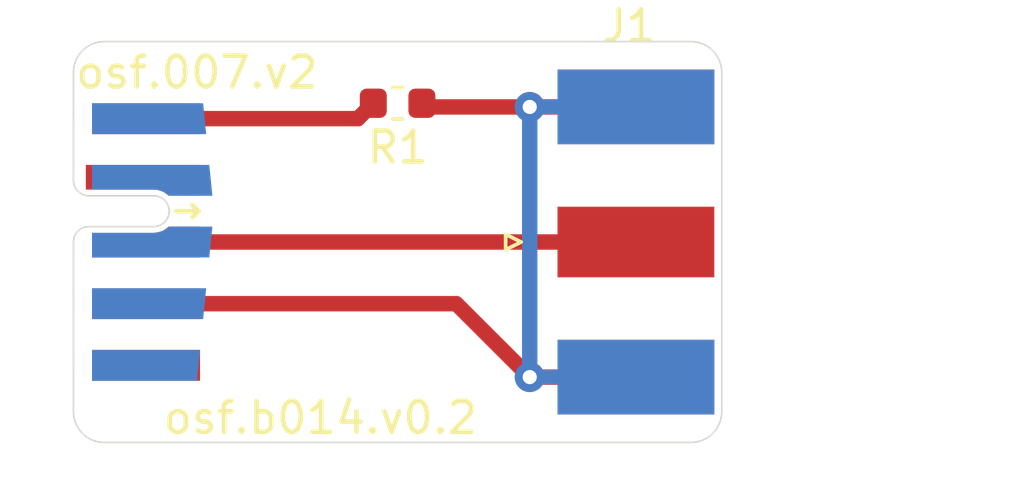
<source format=kicad_pcb>
(kicad_pcb (version 20211014) (generator pcbnew)
  (layers (0 "F.Cu" signal) (31 "B.Cu" signal) (34 "B.Paste" user) (35 "F.Paste" user) (36 "B.SilkS" user "B.Silkscreen") (37 "F.SilkS" user "F.Silkscreen") (38 "B.Mask" user) (39 "F.Mask" user) (44 "Edge.Cuts" user))
  (net 0 "")
  (net 1 "GND")
  (net 2 "Net-(J1-Pad2)")
  (net 3 "Net-(J1-Pad1)")
  (footprint "on_edge:on_edge_2x05_device" (layer "F.Cu") (at 130 90.5 -90)
    (fp_text reference "J2")
    (fp_text value "007_ADC_2x2")
    (fp_line (start -1.2 -3.85) (end -1 -4.05) (layer "F.SilkS") (width 0.153))
    (fp_line (start -1 -4.05) (end -1 -3.323) (layer "F.SilkS") (width 0.153))
    (fp_line (start -1 -4.05) (end -0.8 -3.85) (layer "F.SilkS") (width 0.153))
    (fp_line (start -1.5 -2.6) (end -1.5 -0.5) (layer "Edge.Cuts") (width 0.05))
    (fp_line (start 0 0) (end 4 0) (layer "Edge.Cuts") (width 0.05))
    (fp_line (start -0.5 -0.5) (end -0.5 -2.6) (layer "Edge.Cuts") (width 0.05))
    (fp_line (start -4 0) (end -2 0) (layer "Edge.Cuts") (width 0.05))
    (fp_arc (start -1.5 -2.6) (mid -1 -3.1) (end -0.5 -2.6) (layer "Edge.Cuts") (width 0.05))
    (fp_arc (start -1.5 -0.5) (mid -1.646447 -0.146447) (end -2 0) (layer "Edge.Cuts") (width 0.05))
    (fp_arc (start 0 0) (mid -0.353553 -0.146447) (end -0.5 -0.5) (layer "Edge.Cuts") (width 0.05))
    (pad "1" smd rect locked (at -4 -2.35 90) (size 1 3.5) (layers "F.Cu" "F.Mask") (net 1 "GND"))
    (pad "2" smd custom locked (at -2 -3.6 270) (size 1 1) (layers "F.Cu" "F.Mask") (options (clearance outline) (anchor rect)) (primitives (gr_poly (pts (xy 0.5 0.52) (xy 0.48 0.54) (xy 0.44 0.59) (xy 0.4 0.65) (xy 0.37 0.7) (xy 0.35 0.75) (xy 0.33 0.81) (xy 0.31 0.89) (xy 0.3 1) (xy 0.3 3.2) (xy -0.5 3.2) (xy -0.5 -0.5) (xy 0.5 -0.5)) (width 0) (fill yes))))
    (pad "3" smd custom locked (at 0 -3.6 270) (size 1 1) (layers "F.Cu" "F.Mask") (net 3 "Net-(J1-Pad1)") (options (clearance outline) (anchor rect)) (primitives (gr_poly (pts (xy 0.5 3) (xy -0.3 3) (xy -0.3 1) (xy -0.31 0.89) (xy -0.33 0.81) (xy -0.35 0.75) (xy -0.37 0.7) (xy -0.4 0.65) (xy -0.44 0.59) (xy -0.48 0.54) (xy -0.5 0.52) (xy -0.5 -0.5) (xy 0.5 -0.5)) (width 0) (fill yes))))
    (pad "4" smd rect locked (at 2 -2.35 90) (size 1 3.5) (layers "F.Cu" "F.Mask") (net 2 "Net-(J1-Pad2)"))
    (pad "5" smd rect locked (at 4 -2.35 90) (size 1 3.5) (layers "F.Cu" "F.Mask"))
    (pad "6" smd custom locked (at -4 -2.4 270) (size 1 3.6) (layers "B.Cu" "B.Mask") (options (clearance outline) (anchor rect)) (primitives (gr_poly (pts (xy 0.5 -1.8) (xy -0.5 -1.8) (xy 0.5 -1.9)) (width 0) (fill yes))))
    (pad "7" smd custom locked (at -2 -2.1 270) (size 0.4 0.4) (layers "B.Cu" "B.Mask") (options (clearance outline) (anchor rect)) (primitives (gr_poly (pts (xy 0.5 -0.99) (xy 0.48 -0.97) (xy 0.44 -0.92) (xy 0.4 -0.86) (xy 0.37 -0.81) (xy 0.35 -0.76) (xy 0.33 -0.7) (xy 0.31 -0.62) (xy 0.3 -0.51) (xy 0.3 1.5) (xy -0.5 1.5) (xy -0.5 -2.3) (xy 0.5 -2.4)) (width 0) (fill yes))))
    (pad "8" smd custom locked (at 0 -2.1 270) (size 0.4 0.4) (layers "B.Cu" "B.Mask") (options (clearance outline) (anchor rect)) (primitives (gr_poly (pts (xy 0.5 -2.3) (xy 0.5 1.5) (xy -0.3 1.5) (xy -0.3 -0.51) (xy -0.31 -0.62) (xy -0.33 -0.7) (xy -0.35 -0.76) (xy -0.37 -0.81) (xy -0.4 -0.86) (xy -0.44 -0.92) (xy -0.48 -0.97) (xy -0.5 -0.99) (xy -0.5 -2.4)) (width 0) (fill yes))))
    (pad "9" smd custom locked (at 2 -2.4 270) (size 1 3.6) (layers "B.Cu" "B.Mask") (options (clearance outline) (anchor rect)) (primitives (gr_poly (pts (xy 0.5 -1.8) (xy -0.5 -1.8) (xy -0.5 -1.9)) (width 0) (fill yes))))
    (pad "10" smd custom locked (at 4 -2.3 270) (size 1 3.4) (layers "B.Cu" "B.Mask") (options (clearance outline) (anchor rect)) (primitives (gr_poly (pts (xy 0.5 -1.7) (xy -0.5 -1.7) (xy -0.5 -1.8)) (width 0) (fill yes))))
  )
  (footprint "Connector_Coaxial:SMA_Molex_73251-1153_EdgeMount_Horizontal" (layer "F.Cu") (at 146.5 90.5 180)
    (fp_text reference "J1" (at -1.5 7) (layer "F.SilkS"))
    (fp_text value "Conn_Coaxial")
    (fp_line (start 2.5 0.25) (end 2 0) (layer "F.SilkS") (width 0.12))
    (fp_line (start 2 0) (end 2.5 -0.25) (layer "F.SilkS") (width 0.12))
    (fp_line (start 2.5 -0.25) (end 2.5 0.25) (layer "F.SilkS") (width 0.12))
    (pad "1" smd rect locked (at -1.72 0 180) (size 5.08 2.29) (layers "F.Cu" "F.Paste" "F.Mask") (net 3 "Net-(J1-Pad1)"))
    (pad "2" smd rect locked (at 1.27 -4.38 180) (size 0.95 0.46) (layers "F.Cu") (net 2 "Net-(J1-Pad2)"))
    (pad "2" smd rect locked (at -1.72 -4.38 180) (size 5.08 2.42) (layers "B.Cu" "B.Paste" "B.Mask") (net 2 "Net-(J1-Pad2)"))
    (pad "2" smd rect locked (at -1.72 -4.38 180) (size 5.08 2.42) (layers "F.Cu" "F.Paste" "F.Mask") (net 2 "Net-(J1-Pad2)"))
    (pad "2" smd rect locked (at 1.27 -4.38 180) (size 0.95 0.46) (layers "B.Cu") (net 2 "Net-(J1-Pad2)"))
    (pad "2" smd rect locked (at -1.72 4.38 180) (size 5.08 2.42) (layers "B.Cu" "B.Paste" "B.Mask") (net 2 "Net-(J1-Pad2)"))
    (pad "2" thru_hole circle locked (at 1.72 -4.38 180) (size 0.97 0.97) (drill 0.46) (layers *.Cu) (net 2 "Net-(J1-Pad2)"))
    (pad "2" thru_hole circle locked (at 1.72 4.38 180) (size 0.97 0.97) (drill 0.46) (layers *.Cu) (net 2 "Net-(J1-Pad2)"))
    (pad "2" smd rect locked (at 1.27 4.38 180) (size 0.95 0.46) (layers "B.Cu") (net 2 "Net-(J1-Pad2)"))
    (pad "2" smd rect locked (at 1.27 4.38 180) (size 0.95 0.46) (layers "F.Cu") (net 2 "Net-(J1-Pad2)"))
    (pad "2" smd rect locked (at -1.72 4.38 180) (size 5.08 2.42) (layers "F.Cu" "F.Paste" "F.Mask") (net 2 "Net-(J1-Pad2)"))
  )
  (footprint "Resistor_SMD:R_0603_1608Metric" (layer "F.Cu") (at 140.5 86 180)
    (fp_text reference "R1" (at 0 -1.43) (layer "F.SilkS"))
    (fp_text value "d.n.p")
    (fp_line (start -0.162779 0.51) (end 0.162779 0.51) (layer "F.SilkS") (width 0.12))
    (fp_line (start -0.162779 -0.51) (end 0.162779 -0.51) (layer "F.SilkS") (width 0.12))
    (pad "1" smd roundrect locked (at -0.7875 0 180) (size 0.875 0.95) (layers "F.Cu" "F.Paste" "F.Mask") (net 2 "Net-(J1-Pad2)"))
    (pad "2" smd roundrect locked (at 0.7875 0 180) (size 0.875 0.95) (layers "F.Cu" "F.Paste" "F.Mask") (net 1 "GND"))
  )
  (gr_line (start 130 86.5) (end 130 85) (layer "Edge.Cuts") (width 0.05))
  (gr_line (start 130 88.5) (end 130 86.5) (layer "Edge.Cuts") (width 0.05))
  (gr_line (start 130 90.5) (end 130 94.5) (layer "Edge.Cuts") (width 0.05))
  (gr_line (start 151 96) (end 151 85) (layer "Edge.Cuts") (width 0.05))
  (gr_line (start 130 96) (end 130 94.5) (layer "Edge.Cuts") (width 0.05))
  (gr_arc (start 150 84) (mid 150.707107 84.292893) (end 151 85) (layer "Edge.Cuts") (width 0.05))
  (gr_line (start 131 84) (end 150 84) (layer "Edge.Cuts") (width 0.05))
  (gr_arc (start 151 96) (mid 150.707107 96.707107) (end 150 97) (layer "Edge.Cuts") (width 0.05))
  (gr_line (start 150 97) (end 131 97) (layer "Edge.Cuts") (width 0.05))
  (gr_arc (start 130 85) (mid 130.292893 84.292893) (end 131 84) (layer "Edge.Cuts") (width 0.05))
  (gr_arc (start 131 97) (mid 130.292893 96.707107) (end 130 96) (layer "Edge.Cuts") (width 0.05))
  (gr_text "osf.b014.v0.2" (at 138 96.2) (layer "F.SilkS") (effects (font (size 1 1))))
  (gr_text "osf.007.v2" (at 134 85) (layer "F.SilkS") (effects (font (size 1 1))))
  (segment (start 132.35 86.5) (end 139.2125 86.5) (width 0.5) (layer "F.Cu") (net 1))
  (segment (start 139.2125 86.5) (end 139.7125 86) (width 0.5) (layer "F.Cu") (net 1))
  (segment (start 132.35 92.5) (end 142.4 92.5) (width 0.5) (layer "F.Cu") (net 2))
  (segment (start 144.78 86.12) (end 148.22 86.12) (width 0.5) (layer "F.Cu") (net 2))
  (segment (start 141.24 86) (end 141.2875 86) (width 0.5) (layer "F.Cu") (net 2))
  (segment (start 142.4 92.5) (end 144.78 94.88) (width 0.5) (layer "F.Cu") (net 2))
  (segment (start 144.78 86.12) (end 141.12 86.12) (width 0.5) (layer "F.Cu") (net 2))
  (segment (start 144.78 94.88) (end 148.22 94.88) (width 0.5) (layer "F.Cu") (net 2))
  (segment (start 141.12 86.12) (end 141.24 86) (width 0.5) (layer "F.Cu") (net 2))
  (segment (start 144.78 94.88) (end 144.78 86.12) (width 0.5) (layer "B.Cu") (net 2))
  (segment (start 148.22 90.5) (end 133.6 90.5) (width 0.5) (layer "F.Cu") (net 3))
)
</source>
